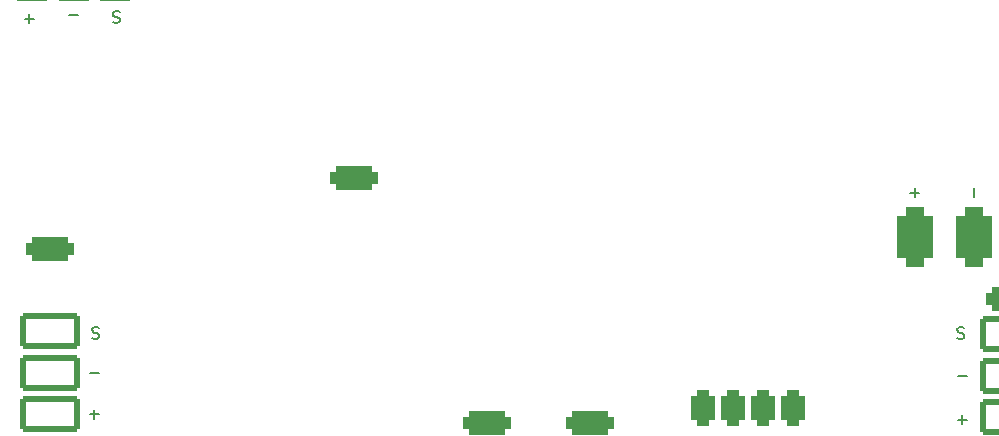
<source format=gto>
G04 #@! TF.GenerationSoftware,KiCad,Pcbnew,8.0.6*
G04 #@! TF.CreationDate,2025-01-23T19:59:45-06:00*
G04 #@! TF.ProjectId,PD_Board,50445f42-6f61-4726-942e-6b696361645f,rev?*
G04 #@! TF.SameCoordinates,Original*
G04 #@! TF.FileFunction,Legend,Top*
G04 #@! TF.FilePolarity,Positive*
%FSLAX46Y46*%
G04 Gerber Fmt 4.6, Leading zero omitted, Abs format (unit mm)*
G04 Created by KiCad (PCBNEW 8.0.6) date 2025-01-23 19:59:45*
%MOMM*%
%LPD*%
G01*
G04 APERTURE LIST*
G04 Aperture macros list*
%AMRoundRect*
0 Rectangle with rounded corners*
0 $1 Rounding radius*
0 $2 $3 $4 $5 $6 $7 $8 $9 X,Y pos of 4 corners*
0 Add a 4 corners polygon primitive as box body*
4,1,4,$2,$3,$4,$5,$6,$7,$8,$9,$2,$3,0*
0 Add four circle primitives for the rounded corners*
1,1,$1+$1,$2,$3*
1,1,$1+$1,$4,$5*
1,1,$1+$1,$6,$7*
1,1,$1+$1,$8,$9*
0 Add four rect primitives between the rounded corners*
20,1,$1+$1,$2,$3,$4,$5,0*
20,1,$1+$1,$4,$5,$6,$7,0*
20,1,$1+$1,$6,$7,$8,$9,0*
20,1,$1+$1,$8,$9,$2,$3,0*%
G04 Aperture macros list end*
%ADD10C,0.200000*%
%ADD11RoundRect,0.250000X-2.250000X-1.250000X2.250000X-1.250000X2.250000X1.250000X-2.250000X1.250000X0*%
%ADD12RoundRect,0.500000X-1.500000X-0.500000X1.500000X-0.500000X1.500000X0.500000X-1.500000X0.500000X0*%
%ADD13C,6.400000*%
%ADD14RoundRect,0.500000X1.500000X0.500000X-1.500000X0.500000X-1.500000X-0.500000X1.500000X-0.500000X0*%
%ADD15RoundRect,0.250000X-1.250000X2.250000X-1.250000X-2.250000X1.250000X-2.250000X1.250000X2.250000X0*%
%ADD16RoundRect,0.750000X0.750000X-1.750000X0.750000X1.750000X-0.750000X1.750000X-0.750000X-1.750000X0*%
%ADD17RoundRect,0.500000X0.500000X-1.000000X0.500000X1.000000X-0.500000X1.000000X-0.500000X-1.000000X0*%
G04 APERTURE END LIST*
D10*
X181369673Y-118236266D02*
X182131578Y-118236266D01*
X181322054Y-115069600D02*
X181464911Y-115117219D01*
X181464911Y-115117219D02*
X181703006Y-115117219D01*
X181703006Y-115117219D02*
X181798244Y-115069600D01*
X181798244Y-115069600D02*
X181845863Y-115021980D01*
X181845863Y-115021980D02*
X181893482Y-114926742D01*
X181893482Y-114926742D02*
X181893482Y-114831504D01*
X181893482Y-114831504D02*
X181845863Y-114736266D01*
X181845863Y-114736266D02*
X181798244Y-114688647D01*
X181798244Y-114688647D02*
X181703006Y-114641028D01*
X181703006Y-114641028D02*
X181512530Y-114593409D01*
X181512530Y-114593409D02*
X181417292Y-114545790D01*
X181417292Y-114545790D02*
X181369673Y-114498171D01*
X181369673Y-114498171D02*
X181322054Y-114402933D01*
X181322054Y-114402933D02*
X181322054Y-114307695D01*
X181322054Y-114307695D02*
X181369673Y-114212457D01*
X181369673Y-114212457D02*
X181417292Y-114164838D01*
X181417292Y-114164838D02*
X181512530Y-114117219D01*
X181512530Y-114117219D02*
X181750625Y-114117219D01*
X181750625Y-114117219D02*
X181893482Y-114164838D01*
X181369673Y-121986266D02*
X182131578Y-121986266D01*
X181750625Y-122367219D02*
X181750625Y-121605314D01*
X107869673Y-121486266D02*
X108631578Y-121486266D01*
X108250625Y-121867219D02*
X108250625Y-121105314D01*
X108072054Y-115069600D02*
X108214911Y-115117219D01*
X108214911Y-115117219D02*
X108453006Y-115117219D01*
X108453006Y-115117219D02*
X108548244Y-115069600D01*
X108548244Y-115069600D02*
X108595863Y-115021980D01*
X108595863Y-115021980D02*
X108643482Y-114926742D01*
X108643482Y-114926742D02*
X108643482Y-114831504D01*
X108643482Y-114831504D02*
X108595863Y-114736266D01*
X108595863Y-114736266D02*
X108548244Y-114688647D01*
X108548244Y-114688647D02*
X108453006Y-114641028D01*
X108453006Y-114641028D02*
X108262530Y-114593409D01*
X108262530Y-114593409D02*
X108167292Y-114545790D01*
X108167292Y-114545790D02*
X108119673Y-114498171D01*
X108119673Y-114498171D02*
X108072054Y-114402933D01*
X108072054Y-114402933D02*
X108072054Y-114307695D01*
X108072054Y-114307695D02*
X108119673Y-114212457D01*
X108119673Y-114212457D02*
X108167292Y-114164838D01*
X108167292Y-114164838D02*
X108262530Y-114117219D01*
X108262530Y-114117219D02*
X108500625Y-114117219D01*
X108500625Y-114117219D02*
X108643482Y-114164838D01*
X107869673Y-117986266D02*
X108631578Y-117986266D01*
X109822054Y-88319600D02*
X109964911Y-88367219D01*
X109964911Y-88367219D02*
X110203006Y-88367219D01*
X110203006Y-88367219D02*
X110298244Y-88319600D01*
X110298244Y-88319600D02*
X110345863Y-88271980D01*
X110345863Y-88271980D02*
X110393482Y-88176742D01*
X110393482Y-88176742D02*
X110393482Y-88081504D01*
X110393482Y-88081504D02*
X110345863Y-87986266D01*
X110345863Y-87986266D02*
X110298244Y-87938647D01*
X110298244Y-87938647D02*
X110203006Y-87891028D01*
X110203006Y-87891028D02*
X110012530Y-87843409D01*
X110012530Y-87843409D02*
X109917292Y-87795790D01*
X109917292Y-87795790D02*
X109869673Y-87748171D01*
X109869673Y-87748171D02*
X109822054Y-87652933D01*
X109822054Y-87652933D02*
X109822054Y-87557695D01*
X109822054Y-87557695D02*
X109869673Y-87462457D01*
X109869673Y-87462457D02*
X109917292Y-87414838D01*
X109917292Y-87414838D02*
X110012530Y-87367219D01*
X110012530Y-87367219D02*
X110250625Y-87367219D01*
X110250625Y-87367219D02*
X110393482Y-87414838D01*
X106119673Y-87736266D02*
X106881578Y-87736266D01*
X102763733Y-87619673D02*
X102763733Y-88381578D01*
X102382780Y-88000625D02*
X103144685Y-88000625D01*
X177736266Y-103130326D02*
X177736266Y-102368422D01*
X178117219Y-102749374D02*
X177355314Y-102749374D01*
X182736266Y-103130326D02*
X182736266Y-102368422D01*
%LPC*%
D11*
X185750000Y-114750000D03*
X185750000Y-118250000D03*
X185750000Y-121750000D03*
D12*
X130250000Y-101500000D03*
D11*
X104500000Y-114500000D03*
X104500000Y-118000000D03*
X104500000Y-121500000D03*
D13*
X114000000Y-112500000D03*
X175000000Y-115250000D03*
D14*
X141500000Y-122250000D03*
X185750000Y-111750000D03*
D15*
X103000000Y-84000000D03*
X106500000Y-84000000D03*
X110000000Y-84000000D03*
D16*
X177750000Y-106500000D03*
X182750000Y-106500000D03*
D14*
X150250000Y-122250000D03*
X104500000Y-107500000D03*
D17*
X159750000Y-121000000D03*
X162290000Y-121000000D03*
X167370000Y-121000000D03*
X164830000Y-121000000D03*
%LPD*%
M02*

</source>
